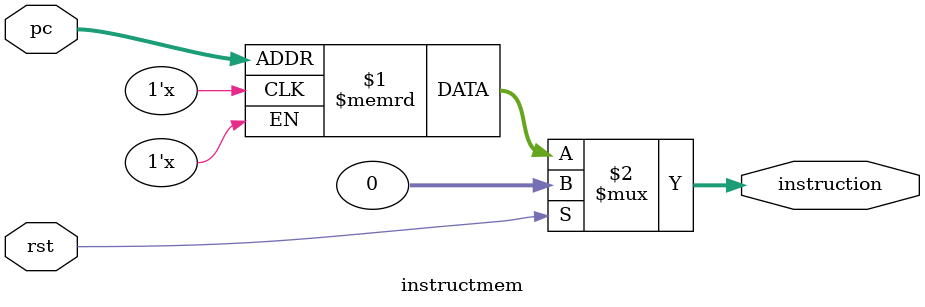
<source format=sv>
module instructmem #(parameter N=32, L=1024)(pc,rst,instruction);
  input logic [N-1:0] pc;
  input logic rst;
  output logic [N-1:0] instruction;
  logic [N-1:0] mem [L-1:0];
  assign instruction = rst? 0: mem[pc];
endmodule

</source>
